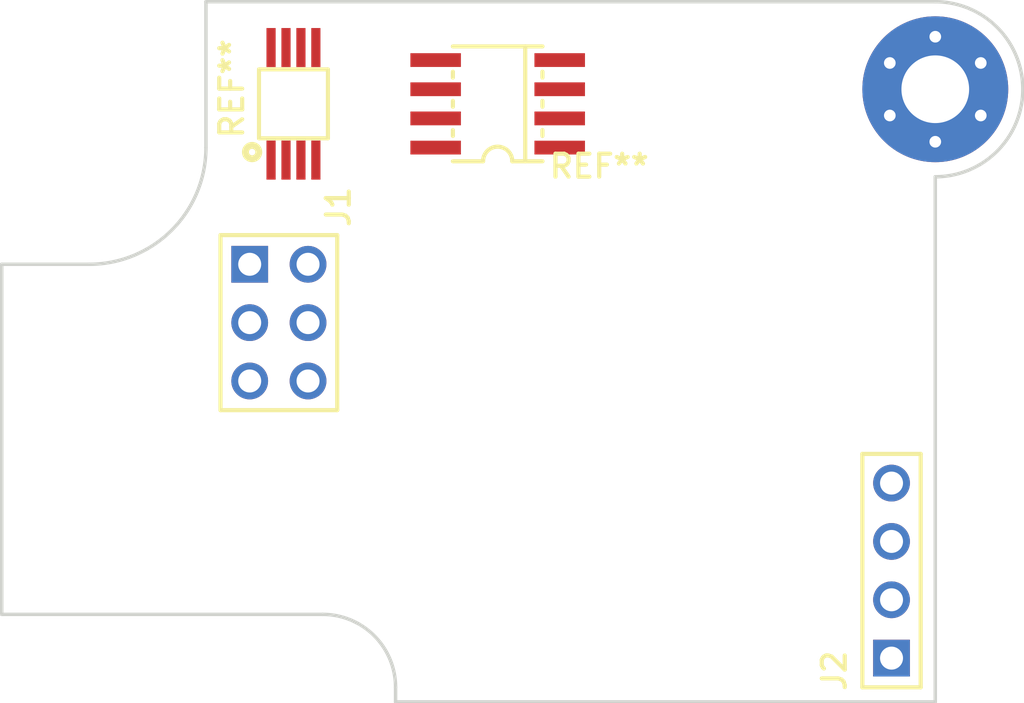
<source format=kicad_pcb>
(kicad_pcb (version 20171130) (host pcbnew 5.0.0-fee4fd1~65~ubuntu17.10.1)

  (general
    (thickness 1.6)
    (drawings 11)
    (tracks 0)
    (zones 0)
    (modules 5)
    (nets 9)
  )

  (page A4)
  (layers
    (0 F.Cu signal)
    (31 B.Cu signal)
    (32 B.Adhes user)
    (33 F.Adhes user)
    (34 B.Paste user)
    (35 F.Paste user)
    (36 B.SilkS user)
    (37 F.SilkS user)
    (38 B.Mask user)
    (39 F.Mask user)
    (40 Dwgs.User user)
    (41 Cmts.User user)
    (42 Eco1.User user)
    (43 Eco2.User user)
    (44 Edge.Cuts user)
    (45 Margin user)
    (46 B.CrtYd user)
    (47 F.CrtYd user)
    (48 B.Fab user)
    (49 F.Fab user)
  )

  (setup
    (last_trace_width 0.25)
    (trace_clearance 0.2)
    (zone_clearance 0.508)
    (zone_45_only no)
    (trace_min 0.2)
    (segment_width 0.2)
    (edge_width 0.15)
    (via_size 0.8)
    (via_drill 0.4)
    (via_min_size 0.4)
    (via_min_drill 0.3)
    (uvia_size 0.3)
    (uvia_drill 0.1)
    (uvias_allowed no)
    (uvia_min_size 0.2)
    (uvia_min_drill 0.1)
    (pcb_text_width 0.3)
    (pcb_text_size 1.5 1.5)
    (mod_edge_width 0.15)
    (mod_text_size 1 1)
    (mod_text_width 0.15)
    (pad_size 1.524 1.524)
    (pad_drill 0.762)
    (pad_to_mask_clearance 0.2)
    (aux_axis_origin 132.715 120.65)
    (grid_origin 132.715 120.65)
    (visible_elements FFFFFF7F)
    (pcbplotparams
      (layerselection 0x010fc_ffffffff)
      (usegerberextensions false)
      (usegerberattributes false)
      (usegerberadvancedattributes false)
      (creategerberjobfile false)
      (excludeedgelayer true)
      (linewidth 0.100000)
      (plotframeref false)
      (viasonmask false)
      (mode 1)
      (useauxorigin false)
      (hpglpennumber 1)
      (hpglpenspeed 20)
      (hpglpendiameter 15.000000)
      (psnegative false)
      (psa4output false)
      (plotreference true)
      (plotvalue true)
      (plotinvisibletext false)
      (padsonsilk false)
      (subtractmaskfromsilk false)
      (outputformat 1)
      (mirror false)
      (drillshape 1)
      (scaleselection 1)
      (outputdirectory ""))
  )

  (net 0 "")
  (net 1 "Net-(J1-Pad1)")
  (net 2 "Net-(J1-Pad2)")
  (net 3 +5V)
  (net 4 GND)
  (net 5 "Net-(J2-Pad1)")
  (net 6 "Net-(J2-Pad2)")
  (net 7 "Net-(J2-Pad3)")
  (net 8 "Net-(J2-Pad4)")

  (net_class Default "This is the default net class."
    (clearance 0.2)
    (trace_width 0.25)
    (via_dia 0.8)
    (via_drill 0.4)
    (uvia_dia 0.3)
    (uvia_drill 0.1)
    (add_net +5V)
    (add_net GND)
    (add_net "Net-(J1-Pad1)")
    (add_net "Net-(J1-Pad2)")
    (add_net "Net-(J2-Pad1)")
    (add_net "Net-(J2-Pad2)")
    (add_net "Net-(J2-Pad3)")
    (add_net "Net-(J2-Pad4)")
  )

  (module conn-header:HDR-M-2x03 (layer F.Cu) (tedit 5502A276) (tstamp 5B80EF5F)
    (at 144.78 104.14 270)
    (descr "Header - 100mil pitch - Male - Dual Row, Vertical, 6 pos.")
    (path /5CA32E71)
    (fp_text reference J1 (at -4.064 -3.175 270) (layer F.SilkS)
      (effects (font (size 1 1) (thickness 0.18)) (justify left bottom))
    )
    (fp_text value VIN (at 0 3.81 270) (layer F.SilkS) hide
      (effects (font (size 1 1) (thickness 0.18)))
    )
    (fp_line (start -4.318 -3.048) (end 4.318 -3.048) (layer F.CrtYd) (width 0.05))
    (fp_line (start 4.318 -3.048) (end 4.318 3.048) (layer F.CrtYd) (width 0.05))
    (fp_line (start 4.318 3.048) (end -4.318 3.048) (layer F.CrtYd) (width 0.05))
    (fp_line (start -4.318 3.048) (end -4.318 -3.048) (layer F.CrtYd) (width 0.05))
    (fp_line (start -3.81 2.54) (end -3.81 -2.54) (layer F.SilkS) (width 0.18))
    (fp_line (start 3.81 -2.54) (end 3.81 2.54) (layer F.SilkS) (width 0.18))
    (fp_line (start -3.81 -2.54) (end 3.81 -2.54) (layer F.SilkS) (width 0.18))
    (fp_line (start 3.81 2.54) (end -3.81 2.54) (layer F.SilkS) (width 0.18))
    (pad 1 thru_hole rect (at -2.54 1.27 270) (size 1.6 1.6) (drill 1) (layers *.Cu *.Mask)
      (net 1 "Net-(J1-Pad1)"))
    (pad 2 thru_hole circle (at -2.54 -1.27 270) (size 1.6 1.6) (drill 1) (layers *.Cu *.Mask)
      (net 2 "Net-(J1-Pad2)"))
    (pad 3 thru_hole circle (at 0 1.27 270) (size 1.6 1.6) (drill 1) (layers *.Cu *.Mask)
      (net 3 +5V))
    (pad 4 thru_hole circle (at 0 -1.27 270) (size 1.6 1.6) (drill 1) (layers *.Cu *.Mask)
      (net 3 +5V))
    (pad 5 thru_hole circle (at 2.54 1.27 270) (size 1.6 1.6) (drill 1) (layers *.Cu *.Mask)
      (net 4 GND))
    (pad 6 thru_hole circle (at 2.54 -1.27 270) (size 1.6 1.6) (drill 1) (layers *.Cu *.Mask)
      (net 4 GND))
    (model conn-header.pretty/HDR-M-2x03.wrl
      (at (xyz 0 0 0))
      (scale (xyz 1 1 1))
      (rotate (xyz 0 0 0))
    )
  )

  (module conn-header:HDR-M-1x04 (layer F.Cu) (tedit 55027FE9) (tstamp 5BA2D1A9)
    (at 171.45 114.935 90)
    (descr "Header - 100mil pitch - Male - Single Row, Vertical, 4 pos.")
    (path /5BA2EBB6)
    (fp_text reference J2 (at -5.334 -1.905 90) (layer F.SilkS)
      (effects (font (size 1 1) (thickness 0.18)) (justify left bottom))
    )
    (fp_text value HEADER-1x04 (at 0 2.667 90) (layer F.SilkS) hide
      (effects (font (size 1 1) (thickness 0.18)))
    )
    (fp_line (start -5.588 -1.778) (end 5.588 -1.778) (layer F.CrtYd) (width 0.05))
    (fp_line (start 5.588 -1.778) (end 5.588 1.778) (layer F.CrtYd) (width 0.05))
    (fp_line (start 5.588 1.778) (end -5.588 1.778) (layer F.CrtYd) (width 0.05))
    (fp_line (start -5.588 1.778) (end -5.588 -1.778) (layer F.CrtYd) (width 0.05))
    (fp_line (start -5.08 -1.27) (end 5.08 -1.27) (layer F.SilkS) (width 0.18))
    (fp_line (start 5.08 -1.27) (end 5.08 1.27) (layer F.SilkS) (width 0.18))
    (fp_line (start 5.08 1.27) (end -5.08 1.27) (layer F.SilkS) (width 0.18))
    (fp_line (start -5.08 1.27) (end -5.08 -1.27) (layer F.SilkS) (width 0.18))
    (pad 1 thru_hole rect (at -3.81 0 90) (size 1.6 1.6) (drill 1) (layers *.Cu *.Mask)
      (net 5 "Net-(J2-Pad1)"))
    (pad 2 thru_hole circle (at -1.27 0 90) (size 1.6 1.6) (drill 1) (layers *.Cu *.Mask)
      (net 6 "Net-(J2-Pad2)"))
    (pad 3 thru_hole circle (at 1.27 0 90) (size 1.6 1.6) (drill 1) (layers *.Cu *.Mask)
      (net 7 "Net-(J2-Pad3)"))
    (pad 4 thru_hole circle (at 3.81 0 90) (size 1.6 1.6) (drill 1) (layers *.Cu *.Mask)
      (net 8 "Net-(J2-Pad4)"))
    (model conn-header.pretty/HDR-M-1x04.wrl
      (at (xyz 0 0 0))
      (scale (xyz 1 1 1))
      (rotate (xyz 0 0 0))
    )
  )

  (module conn-wire-pads:Hole-Screw-#4 locked (layer F.Cu) (tedit 5B90E0B1) (tstamp 5BA2D44B)
    (at 173.355 93.98)
    (descr "Mounting Hole - Screw #4 - w/ Pads And Via")
    (path /5BA3D5A7)
    (attr virtual)
    (fp_text reference J3 (at 0 -4.6) (layer F.SilkS) hide
      (effects (font (size 1 1) (thickness 0.18)))
    )
    (fp_text value HEADER-1x01 (at 0 4.7) (layer F.Fab) hide
      (effects (font (size 1 1) (thickness 0.18)))
    )
    (fp_circle (center 0 0) (end 3.81 0) (layer F.CrtYd) (width 0.05))
    (pad P thru_hole circle (at 1.979734 -1.143 300) (size 1.016 1.016) (drill 0.508) (layers *.Cu)
      (zone_connect 2))
    (pad P thru_hole circle (at 1.979734 1.143 240) (size 1.016 1.016) (drill 0.508) (layers *.Cu)
      (zone_connect 2))
    (pad P thru_hole circle (at 0 2.286 180) (size 1.016 1.016) (drill 0.508) (layers *.Cu)
      (zone_connect 2))
    (pad P thru_hole circle (at -1.979734 1.143 120) (size 1.016 1.016) (drill 0.508) (layers *.Cu)
      (zone_connect 2))
    (pad P thru_hole circle (at -1.979734 -1.143 60) (size 1.016 1.016) (drill 0.508) (layers *.Cu)
      (zone_connect 2))
    (pad P thru_hole circle (at 0 -2.286) (size 1.016 1.016) (drill 0.508) (layers *.Cu)
      (zone_connect 2))
    (pad P thru_hole circle (at 0 0) (size 6.35 6.35) (drill 2.9464) (layers *.Cu *.Mask)
      (clearance 0.635) (zone_connect 2))
  )

  (module smt-sop:MSOP8 (layer F.Cu) (tedit 5B8B6C42) (tstamp 5BB08FA8)
    (at 145.415 94.615)
    (descr "MSOP - 8 Pins (JEDEC MO-187)")
    (clearance 0.254)
    (fp_text reference REF** (at -2.1 1.6 90) (layer F.SilkS)
      (effects (font (size 1 1) (thickness 0.18)) (justify left bottom))
    )
    (fp_text value VAL** (at 2.9 0 90) (layer F.SilkS) hide
      (effects (font (size 1 1) (thickness 0.18)))
    )
    (fp_line (start -1.5 -1.5) (end -1.5 1.5) (layer F.SilkS) (width 0.1778))
    (fp_line (start 1.5 -1.5) (end -1.5 -1.5) (layer F.SilkS) (width 0.1778))
    (fp_line (start 1.5 1.5) (end 1.5 -1.5) (layer F.SilkS) (width 0.1778))
    (fp_line (start -1.5 1.5) (end 1.5 1.5) (layer F.SilkS) (width 0.1778))
    (fp_circle (center -1.8 2.1) (end -1.7 2.2) (layer F.SilkS) (width 0.3))
    (fp_line (start -1.8 -3.6) (end 1.8 -3.6) (layer F.CrtYd) (width 0.05))
    (fp_line (start 1.8 -3.6) (end 1.8 3.6) (layer F.CrtYd) (width 0.05))
    (fp_line (start 1.8 3.6) (end -1.8 3.6) (layer F.CrtYd) (width 0.05))
    (fp_line (start -1.8 3.6) (end -1.8 -3.6) (layer F.CrtYd) (width 0.05))
    (pad 4 smd rect (at 0.975 2.45 270) (size 1.7 0.4) (layers F.Cu F.Paste F.Mask)
      (solder_mask_margin 0.08) (clearance 0.25))
    (pad 3 smd rect (at 0.325 2.45 270) (size 1.7 0.4) (layers F.Cu F.Paste F.Mask)
      (solder_mask_margin 0.08) (clearance 0.25))
    (pad 2 smd rect (at -0.325 2.45 270) (size 1.7 0.4) (layers F.Cu F.Paste F.Mask)
      (solder_mask_margin 0.08) (clearance 0.25))
    (pad 1 smd rect (at -0.975 2.45 270) (size 1.7 0.4) (layers F.Cu F.Paste F.Mask)
      (solder_mask_margin 0.08) (clearance 0.25))
    (pad 8 smd rect (at -0.975 -2.45 270) (size 1.7 0.4) (layers F.Cu F.Paste F.Mask)
      (solder_mask_margin 0.08) (clearance 0.25))
    (pad 5 smd rect (at 0.975 -2.45 270) (size 1.7 0.4) (layers F.Cu F.Paste F.Mask)
      (solder_mask_margin 0.08) (clearance 0.25))
    (pad 6 smd rect (at 0.325 -2.45 270) (size 1.7 0.4) (layers F.Cu F.Paste F.Mask)
      (solder_mask_margin 0.08) (clearance 0.25))
    (pad 7 smd rect (at -0.325 -2.45 270) (size 1.7 0.4) (layers F.Cu F.Paste F.Mask)
      (solder_mask_margin 0.08) (clearance 0.25))
    (model smt-sop.pretty/MSOP8.wrl
      (at (xyz 0 0 0))
      (scale (xyz 1 1 1))
      (rotate (xyz 0 0 0))
    )
  )

  (module smt-soic:SOIC8 (layer F.Cu) (tedit 5B8B6CD3) (tstamp 5BB0902E)
    (at 154.305 94.615 90)
    (descr "SOIC - 8 Pins (JEDEC MS-012AA)")
    (tags SOIC)
    (fp_text reference REF** (at -3.302 2.159 180) (layer F.SilkS)
      (effects (font (size 1 1) (thickness 0.18)) (justify left bottom))
    )
    (fp_text value VAL** (at 3.937 0 180) (layer F.SilkS) hide
      (effects (font (size 1 1) (thickness 0.18)))
    )
    (fp_arc (start -2.5 0) (end -2.5 -0.635) (angle 180) (layer F.SilkS) (width 0.18))
    (fp_line (start 1.143 1.95) (end 1.397 1.95) (layer F.SilkS) (width 0.18))
    (fp_line (start -0.127 1.95) (end 0.127 1.95) (layer F.SilkS) (width 0.18))
    (fp_line (start -1.397 1.95) (end -1.143 1.95) (layer F.SilkS) (width 0.18))
    (fp_line (start 1.143 -1.95) (end 1.397 -1.95) (layer F.SilkS) (width 0.18))
    (fp_line (start -0.127 -1.95) (end 0.127 -1.95) (layer F.SilkS) (width 0.18))
    (fp_line (start -1.397 -1.95) (end -1.143 -1.95) (layer F.SilkS) (width 0.18))
    (fp_line (start 2.5 1.2) (end -2.5 1.2) (layer F.SilkS) (width 0.18))
    (fp_line (start -2.5 -0.635) (end -2.5 -1.95) (layer F.SilkS) (width 0.18))
    (fp_line (start -2.5 1.95) (end -2.5 0.635) (layer F.SilkS) (width 0.18))
    (fp_line (start 2.5 -1.95) (end 2.5 1.95) (layer F.SilkS) (width 0.18))
    (fp_line (start -2.8 4.1) (end -2.8 -4.1) (layer F.CrtYd) (width 0.05))
    (fp_line (start 2.8 4.1) (end -2.8 4.1) (layer F.CrtYd) (width 0.05))
    (fp_line (start 2.8 -4.1) (end 2.8 4.1) (layer F.CrtYd) (width 0.05))
    (fp_line (start -2.8 -4.1) (end 2.8 -4.1) (layer F.CrtYd) (width 0.05))
    (pad 5 smd rect (at 1.905 -2.7 90) (size 0.6 2.2) (layers F.Cu F.Paste F.Mask))
    (pad 6 smd rect (at 0.635 -2.7 90) (size 0.6 2.2) (layers F.Cu F.Paste F.Mask))
    (pad 8 smd rect (at -1.905 -2.7 90) (size 0.6 2.2) (layers F.Cu F.Paste F.Mask))
    (pad 4 smd rect (at 1.905 2.7 90) (size 0.6 2.2) (layers F.Cu F.Paste F.Mask))
    (pad 3 smd rect (at 0.635 2.7 90) (size 0.6 2.2) (layers F.Cu F.Paste F.Mask))
    (pad 1 smd rect (at -1.905 2.7 90) (size 0.6 2.2) (layers F.Cu F.Paste F.Mask))
    (pad 7 smd rect (at -0.635 -2.7 90) (size 0.6 2.2) (layers F.Cu F.Paste F.Mask))
    (pad 2 smd rect (at -0.635 2.7 90) (size 0.6 2.2) (layers F.Cu F.Paste F.Mask))
    (model smt-soic.pretty/8.wrl
      (at (xyz 0 0 0))
      (scale (xyz 1 1 1))
      (rotate (xyz 0 0 -90))
    )
  )

  (gr_arc (start 173.355 93.98) (end 173.355 97.79) (angle -180) (layer Edge.Cuts) (width 0.15))
  (gr_arc (start 146.685 120.015) (end 149.86 120.015) (angle -90) (layer Edge.Cuts) (width 0.15))
  (gr_line (start 132.715 101.6) (end 132.715 116.84) (layer Edge.Cuts) (width 0.15))
  (gr_line (start 136.525 101.6) (end 132.715 101.6) (layer Edge.Cuts) (width 0.15))
  (gr_arc (start 136.525 96.52) (end 136.525 101.6) (angle -90) (layer Edge.Cuts) (width 0.15))
  (gr_line (start 141.605 90.17) (end 141.605 96.52) (layer Edge.Cuts) (width 0.15))
  (gr_line (start 173.355 90.17) (end 141.605 90.17) (layer Edge.Cuts) (width 0.15) (tstamp 5BAB2C88))
  (gr_line (start 173.355 120.65) (end 173.355 97.79) (layer Edge.Cuts) (width 0.15))
  (gr_line (start 149.86 120.65) (end 173.355 120.65) (layer Edge.Cuts) (width 0.15))
  (gr_line (start 149.86 120.015) (end 149.86 120.65) (layer Edge.Cuts) (width 0.15))
  (gr_line (start 132.715 116.84) (end 146.685 116.84) (layer Edge.Cuts) (width 0.15))

)

</source>
